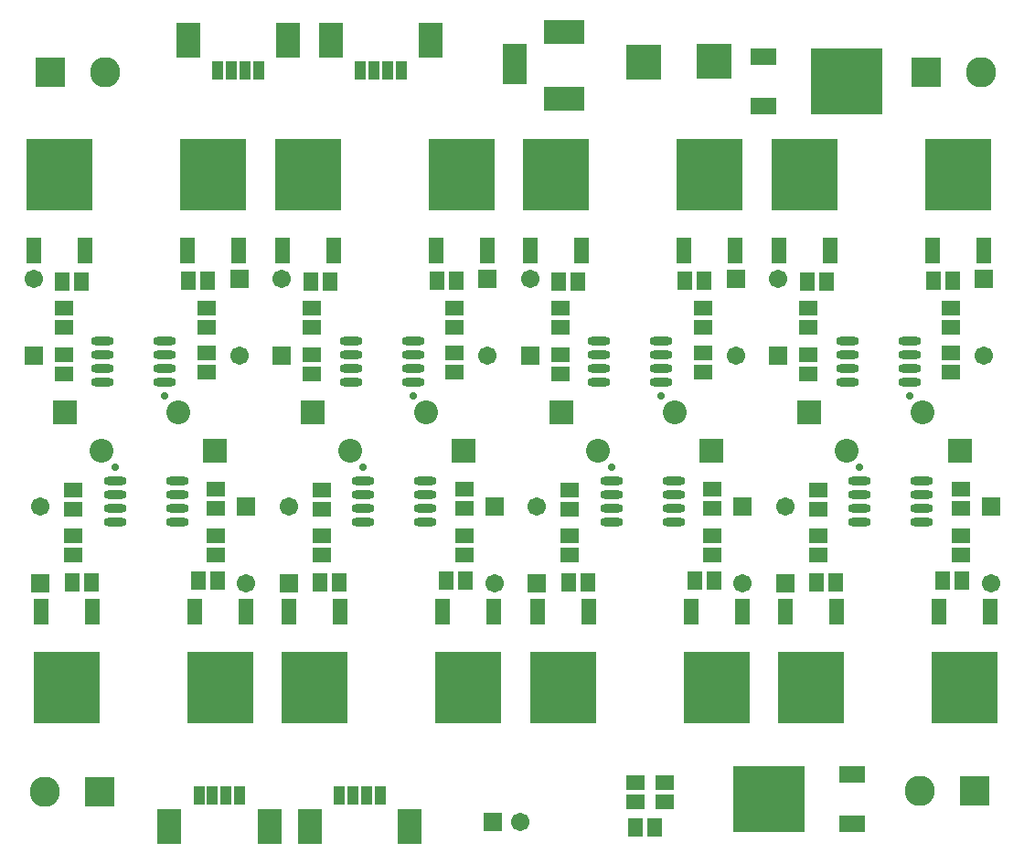
<source format=gts>
G04*
G04 #@! TF.GenerationSoftware,Altium Limited,Altium Designer,20.0.2 (26)*
G04*
G04 Layer_Color=8388736*
%FSLAX25Y25*%
%MOIN*%
G70*
G01*
G75*
%ADD26R,0.26390X0.24422*%
%ADD27R,0.09461X0.06115*%
%ADD28R,0.03950X0.07099*%
%ADD29R,0.08674X0.12611*%
%ADD30R,0.05367X0.06587*%
%ADD31R,0.06587X0.05367*%
%ADD32R,0.24422X0.26390*%
%ADD33R,0.05524X0.09461*%
%ADD34O,0.08280X0.03162*%
%ADD35C,0.02800*%
%ADD36C,0.06706*%
%ADD37R,0.06706X0.06706*%
%ADD38R,0.08674X0.14973*%
%ADD39R,0.14973X0.08674*%
%ADD40R,0.11036X0.11036*%
%ADD41C,0.11036*%
%ADD42C,0.08674*%
%ADD43R,0.08674X0.08674*%
%ADD44R,0.06706X0.06706*%
%ADD45R,0.12611X0.12611*%
D26*
X557500Y396500D02*
D03*
X529000Y135000D02*
D03*
D27*
X526980Y405516D02*
D03*
X527000Y387484D02*
D03*
X559520Y125984D02*
D03*
X559500Y144016D02*
D03*
D28*
X321300Y136065D02*
D03*
X326221D02*
D03*
X331142D02*
D03*
X336064D02*
D03*
X394936Y400435D02*
D03*
X390015D02*
D03*
X385094D02*
D03*
X380172D02*
D03*
X342936D02*
D03*
X338015D02*
D03*
X333094D02*
D03*
X328172D02*
D03*
X372564Y136065D02*
D03*
X377485D02*
D03*
X382406D02*
D03*
X387328D02*
D03*
D29*
X310500Y125000D02*
D03*
X346972D02*
D03*
X405736Y411500D02*
D03*
X369264D02*
D03*
X353736D02*
D03*
X317264D02*
D03*
X361764Y125000D02*
D03*
X398236D02*
D03*
D30*
X487504Y124500D02*
D03*
X480496D02*
D03*
X596004Y324000D02*
D03*
X588996D02*
D03*
X550004Y323500D02*
D03*
X542996D02*
D03*
X324504Y324000D02*
D03*
X317496D02*
D03*
X278504Y323500D02*
D03*
X271496D02*
D03*
X505504Y324000D02*
D03*
X498496D02*
D03*
X459504Y323500D02*
D03*
X452496D02*
D03*
X415004Y324000D02*
D03*
X407996D02*
D03*
X369004Y323500D02*
D03*
X361996D02*
D03*
X455996Y214000D02*
D03*
X463004D02*
D03*
X501996Y214500D02*
D03*
X509004D02*
D03*
X546496Y214000D02*
D03*
X553504D02*
D03*
X592496Y214500D02*
D03*
X599504D02*
D03*
X274996Y214000D02*
D03*
X282004D02*
D03*
X320996Y214500D02*
D03*
X328004D02*
D03*
X411496D02*
D03*
X418504D02*
D03*
X365496Y214000D02*
D03*
X372504D02*
D03*
D31*
X480500Y141000D02*
D03*
Y133992D02*
D03*
X491000Y141000D02*
D03*
Y133992D02*
D03*
X595500Y297504D02*
D03*
Y290496D02*
D03*
X543500Y297004D02*
D03*
Y289996D02*
D03*
X595500Y314004D02*
D03*
Y306996D02*
D03*
X543500D02*
D03*
Y314004D02*
D03*
X324000Y297504D02*
D03*
Y290496D02*
D03*
X272000Y297004D02*
D03*
Y289996D02*
D03*
X324000Y314004D02*
D03*
Y306996D02*
D03*
X272000D02*
D03*
Y314004D02*
D03*
X505000Y297504D02*
D03*
Y290496D02*
D03*
X453000Y297004D02*
D03*
Y289996D02*
D03*
X505000Y314004D02*
D03*
Y306996D02*
D03*
X453000D02*
D03*
Y314004D02*
D03*
X414500Y297504D02*
D03*
Y290496D02*
D03*
X362500Y297004D02*
D03*
Y289996D02*
D03*
X414500Y314004D02*
D03*
Y306996D02*
D03*
X362500D02*
D03*
Y314004D02*
D03*
X456500Y240496D02*
D03*
Y247504D02*
D03*
X508500Y240996D02*
D03*
Y248004D02*
D03*
X456500Y223996D02*
D03*
Y231004D02*
D03*
X508500D02*
D03*
Y223996D02*
D03*
X547000Y240496D02*
D03*
Y247504D02*
D03*
X599000Y240996D02*
D03*
Y248004D02*
D03*
X547000Y223996D02*
D03*
Y231004D02*
D03*
X599000D02*
D03*
Y223996D02*
D03*
X275500Y240496D02*
D03*
Y247504D02*
D03*
X327500Y240996D02*
D03*
Y248004D02*
D03*
X275500Y223996D02*
D03*
Y231004D02*
D03*
X327500D02*
D03*
Y223996D02*
D03*
X418000Y240996D02*
D03*
Y248004D02*
D03*
Y231004D02*
D03*
Y223996D02*
D03*
X366000Y240496D02*
D03*
Y247504D02*
D03*
Y223996D02*
D03*
Y231004D02*
D03*
D32*
X598000Y362500D02*
D03*
X542000D02*
D03*
X326500D02*
D03*
X270500D02*
D03*
X507500D02*
D03*
X451500D02*
D03*
X417000D02*
D03*
X361000D02*
D03*
X454000Y175500D02*
D03*
X510000D02*
D03*
X544500D02*
D03*
X600500D02*
D03*
X273000D02*
D03*
X329000D02*
D03*
X419500D02*
D03*
X363500D02*
D03*
D33*
X588704Y334941D02*
D03*
X607296Y334957D02*
D03*
X532704Y334941D02*
D03*
X551296Y334957D02*
D03*
X317204Y334941D02*
D03*
X335796Y334957D02*
D03*
X261204Y334941D02*
D03*
X279796Y334957D02*
D03*
X498204Y334941D02*
D03*
X516796Y334957D02*
D03*
X442204Y334941D02*
D03*
X460796Y334957D02*
D03*
X407704Y334941D02*
D03*
X426296Y334957D02*
D03*
X351704Y334941D02*
D03*
X370296Y334957D02*
D03*
X463296Y203059D02*
D03*
X444704Y203043D02*
D03*
X519296Y203059D02*
D03*
X500704Y203043D02*
D03*
X553796Y203059D02*
D03*
X535204Y203043D02*
D03*
X609796Y203059D02*
D03*
X591204Y203043D02*
D03*
X282296Y203059D02*
D03*
X263704Y203043D02*
D03*
X338296Y203059D02*
D03*
X319704Y203043D02*
D03*
X428796Y203059D02*
D03*
X410204Y203043D02*
D03*
X372796Y203059D02*
D03*
X354204Y203043D02*
D03*
D34*
X376748Y302000D02*
D03*
Y297000D02*
D03*
Y292000D02*
D03*
Y287000D02*
D03*
X399252Y302000D02*
D03*
Y297000D02*
D03*
Y292000D02*
D03*
Y287000D02*
D03*
X286248Y302000D02*
D03*
Y297000D02*
D03*
Y292000D02*
D03*
Y287000D02*
D03*
X308752Y302000D02*
D03*
Y297000D02*
D03*
Y292000D02*
D03*
Y287000D02*
D03*
X557748Y302000D02*
D03*
Y297000D02*
D03*
Y292000D02*
D03*
Y287000D02*
D03*
X580252Y302000D02*
D03*
Y297000D02*
D03*
Y292000D02*
D03*
Y287000D02*
D03*
X467248Y302000D02*
D03*
Y297000D02*
D03*
Y292000D02*
D03*
Y287000D02*
D03*
X489752Y302000D02*
D03*
Y297000D02*
D03*
Y292000D02*
D03*
Y287000D02*
D03*
X494252Y236000D02*
D03*
Y241000D02*
D03*
Y246000D02*
D03*
Y251000D02*
D03*
X471748Y236000D02*
D03*
Y241000D02*
D03*
Y246000D02*
D03*
Y251000D02*
D03*
X584752Y236000D02*
D03*
Y241000D02*
D03*
Y246000D02*
D03*
Y251000D02*
D03*
X562248Y236000D02*
D03*
Y241000D02*
D03*
Y246000D02*
D03*
Y251000D02*
D03*
X313252Y236000D02*
D03*
Y241000D02*
D03*
Y246000D02*
D03*
Y251000D02*
D03*
X290748Y236000D02*
D03*
Y241000D02*
D03*
Y246000D02*
D03*
Y251000D02*
D03*
X403752Y236000D02*
D03*
Y241000D02*
D03*
Y246000D02*
D03*
Y251000D02*
D03*
X381248Y236000D02*
D03*
Y241000D02*
D03*
Y246000D02*
D03*
Y251000D02*
D03*
D35*
X399252Y282000D02*
D03*
X308752D02*
D03*
X580252D02*
D03*
X489752D02*
D03*
X471748Y256000D02*
D03*
X562248D02*
D03*
X290748D02*
D03*
X381248D02*
D03*
D36*
X438500Y126500D02*
D03*
X532500Y324476D02*
D03*
X607500Y296524D02*
D03*
X261000Y324476D02*
D03*
X336000Y296524D02*
D03*
X442000Y324476D02*
D03*
X517000Y296524D02*
D03*
X351500Y324476D02*
D03*
X426500Y296524D02*
D03*
X519500Y213524D02*
D03*
X444500Y241476D02*
D03*
X610000Y213524D02*
D03*
X535000Y241476D02*
D03*
X338500Y213524D02*
D03*
X263500Y241476D02*
D03*
X429000Y213524D02*
D03*
X354000Y241476D02*
D03*
D37*
X428500Y126500D02*
D03*
D38*
X436390Y402689D02*
D03*
D39*
X454500Y390090D02*
D03*
Y414500D02*
D03*
D40*
X267000Y400000D02*
D03*
X586500D02*
D03*
X604000Y138000D02*
D03*
X285000Y137500D02*
D03*
D41*
X287000Y400000D02*
D03*
X606500D02*
D03*
X584000Y138000D02*
D03*
X265000Y137500D02*
D03*
D42*
X585090Y276000D02*
D03*
X313591D02*
D03*
X494591D02*
D03*
X404090D02*
D03*
X466910Y262000D02*
D03*
X557409D02*
D03*
X285910D02*
D03*
X376410D02*
D03*
D43*
X543910Y276000D02*
D03*
X272410D02*
D03*
X453409D02*
D03*
X362910D02*
D03*
X508090Y262000D02*
D03*
X598591D02*
D03*
X327091D02*
D03*
X417591D02*
D03*
D44*
X532500Y296524D02*
D03*
X607500Y324476D02*
D03*
X261000Y296524D02*
D03*
X336000Y324476D02*
D03*
X442000Y296524D02*
D03*
X517000Y324476D02*
D03*
X351500Y296524D02*
D03*
X426500Y324476D02*
D03*
X519500Y241476D02*
D03*
X444500Y213524D02*
D03*
X610000Y241476D02*
D03*
X535000Y213524D02*
D03*
X338500Y241476D02*
D03*
X263500Y213524D02*
D03*
X429000Y241476D02*
D03*
X354000Y213524D02*
D03*
D45*
X509000Y404000D02*
D03*
X483500Y403500D02*
D03*
M02*

</source>
